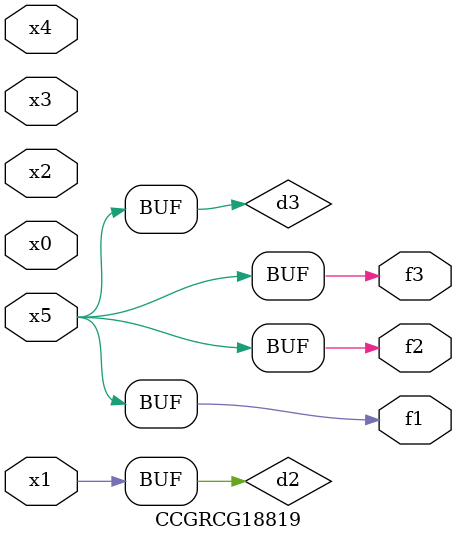
<source format=v>
module CCGRCG18819(
	input x0, x1, x2, x3, x4, x5,
	output f1, f2, f3
);

	wire d1, d2, d3;

	not (d1, x5);
	or (d2, x1);
	xnor (d3, d1);
	assign f1 = d3;
	assign f2 = d3;
	assign f3 = d3;
endmodule

</source>
